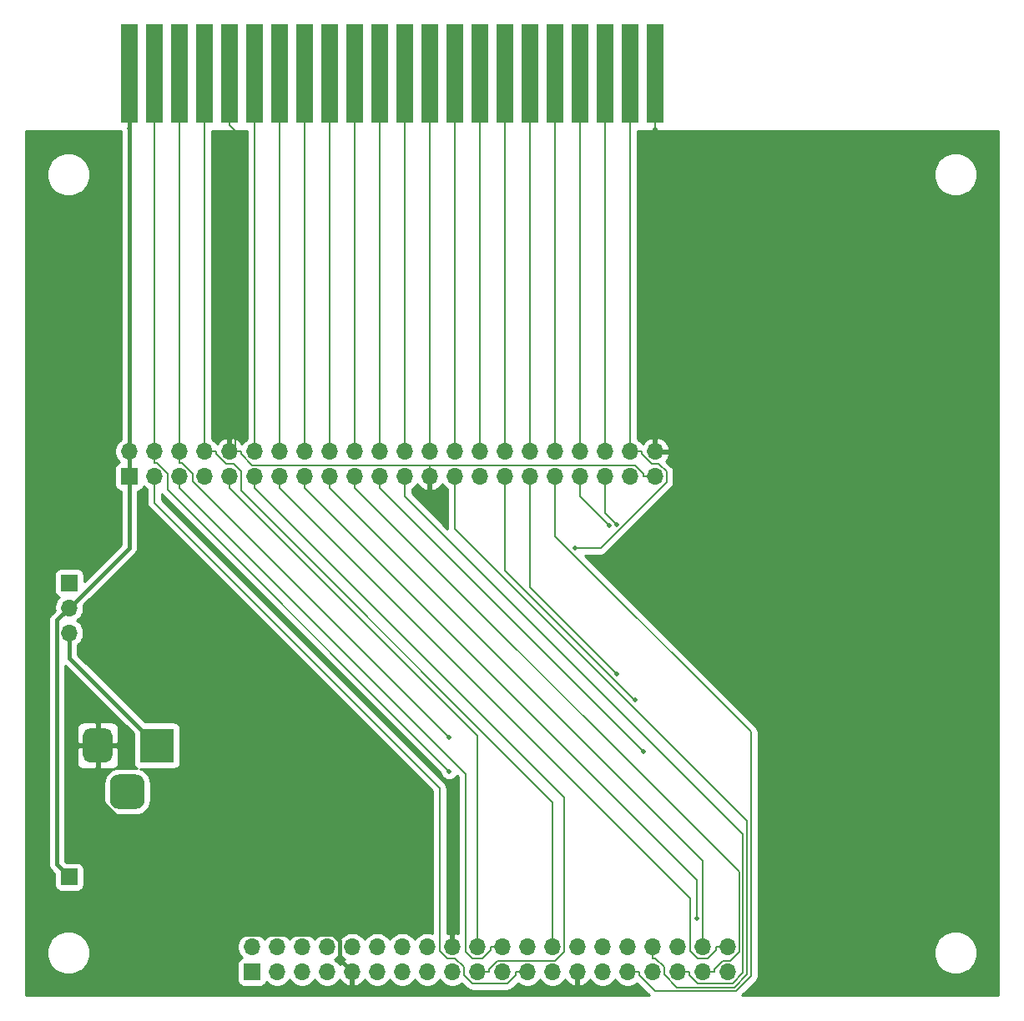
<source format=gtl>
G04 #@! TF.GenerationSoftware,KiCad,Pcbnew,(5.1.9)-1*
G04 #@! TF.CreationDate,2022-09-16T10:06:17+09:00*
G04 #@! TF.ProjectId,mz-80b,6d7a2d38-3062-42e6-9b69-6361645f7063,rev?*
G04 #@! TF.SameCoordinates,PX2faf080PY93d1cc0*
G04 #@! TF.FileFunction,Copper,L1,Top*
G04 #@! TF.FilePolarity,Positive*
%FSLAX46Y46*%
G04 Gerber Fmt 4.6, Leading zero omitted, Abs format (unit mm)*
G04 Created by KiCad (PCBNEW (5.1.9)-1) date 2022-09-16 10:06:17*
%MOMM*%
%LPD*%
G01*
G04 APERTURE LIST*
G04 #@! TA.AperFunction,ConnectorPad*
%ADD10R,1.780000X10.000000*%
G04 #@! TD*
G04 #@! TA.AperFunction,ComponentPad*
%ADD11O,1.700000X1.700000*%
G04 #@! TD*
G04 #@! TA.AperFunction,ComponentPad*
%ADD12R,1.700000X1.700000*%
G04 #@! TD*
G04 #@! TA.AperFunction,ComponentPad*
%ADD13R,3.500000X3.500000*%
G04 #@! TD*
G04 #@! TA.AperFunction,ViaPad*
%ADD14C,0.500000*%
G04 #@! TD*
G04 #@! TA.AperFunction,Conductor*
%ADD15C,0.400000*%
G04 #@! TD*
G04 #@! TA.AperFunction,Conductor*
%ADD16C,0.200000*%
G04 #@! TD*
G04 #@! TA.AperFunction,Conductor*
%ADD17C,0.254000*%
G04 #@! TD*
G04 #@! TA.AperFunction,Conductor*
%ADD18C,0.100000*%
G04 #@! TD*
G04 APERTURE END LIST*
D10*
X11176000Y94270000D03*
X13716000Y94270000D03*
X16256000Y94270000D03*
X18796000Y94270000D03*
X21336000Y94270000D03*
X23876000Y94270000D03*
X26416000Y94270000D03*
X28956000Y94270000D03*
X31496000Y94270000D03*
X34036000Y94270000D03*
X36576000Y94270000D03*
X39116000Y94270000D03*
X41656000Y94270000D03*
X44196000Y94270000D03*
X46736000Y94270000D03*
X49276000Y94270000D03*
X51816000Y94270000D03*
X54356000Y94270000D03*
X56896000Y94270000D03*
X59436000Y94270000D03*
X61976000Y94270000D03*
X64516000Y94270000D03*
D11*
X64516000Y55880000D03*
X64516000Y53340000D03*
X61976000Y55880000D03*
X61976000Y53340000D03*
X59436000Y55880000D03*
X59436000Y53340000D03*
X56896000Y55880000D03*
X56896000Y53340000D03*
X54356000Y55880000D03*
X54356000Y53340000D03*
X51816000Y55880000D03*
X51816000Y53340000D03*
X49276000Y55880000D03*
X49276000Y53340000D03*
X46736000Y55880000D03*
X46736000Y53340000D03*
X44196000Y55880000D03*
X44196000Y53340000D03*
X41656000Y55880000D03*
X41656000Y53340000D03*
X39116000Y55880000D03*
X39116000Y53340000D03*
X36576000Y55880000D03*
X36576000Y53340000D03*
X34036000Y55880000D03*
X34036000Y53340000D03*
X31496000Y55880000D03*
X31496000Y53340000D03*
X28956000Y55880000D03*
X28956000Y53340000D03*
X26416000Y55880000D03*
X26416000Y53340000D03*
X23876000Y55880000D03*
X23876000Y53340000D03*
X21336000Y55880000D03*
X21336000Y53340000D03*
X18796000Y55880000D03*
X18796000Y53340000D03*
X16256000Y55880000D03*
X16256000Y53340000D03*
X13716000Y55880000D03*
X13716000Y53340000D03*
X11176000Y55880000D03*
D12*
X11176000Y53340000D03*
X23622000Y3048000D03*
D11*
X23622000Y5588000D03*
X26162000Y3048000D03*
X26162000Y5588000D03*
X28702000Y3048000D03*
X28702000Y5588000D03*
X31242000Y3048000D03*
X31242000Y5588000D03*
X33782000Y3048000D03*
X33782000Y5588000D03*
X36322000Y3048000D03*
X36322000Y5588000D03*
X38862000Y3048000D03*
X38862000Y5588000D03*
X41402000Y3048000D03*
X41402000Y5588000D03*
X43942000Y3048000D03*
X43942000Y5588000D03*
X46482000Y3048000D03*
X46482000Y5588000D03*
X49022000Y3048000D03*
X49022000Y5588000D03*
X51562000Y3048000D03*
X51562000Y5588000D03*
X54102000Y3048000D03*
X54102000Y5588000D03*
X56642000Y3048000D03*
X56642000Y5588000D03*
X59182000Y3048000D03*
X59182000Y5588000D03*
X61722000Y3048000D03*
X61722000Y5588000D03*
X64262000Y3048000D03*
X64262000Y5588000D03*
X66802000Y3048000D03*
X66802000Y5588000D03*
X69342000Y3048000D03*
X69342000Y5588000D03*
X71882000Y3048000D03*
X71882000Y5588000D03*
D12*
X5080000Y12700000D03*
D13*
X13970000Y26035000D03*
G04 #@! TA.AperFunction,ComponentPad*
G36*
G01*
X6470000Y25035000D02*
X6470000Y27035000D01*
G75*
G02*
X7220000Y27785000I750000J0D01*
G01*
X8720000Y27785000D01*
G75*
G02*
X9470000Y27035000I0J-750000D01*
G01*
X9470000Y25035000D01*
G75*
G02*
X8720000Y24285000I-750000J0D01*
G01*
X7220000Y24285000D01*
G75*
G02*
X6470000Y25035000I0J750000D01*
G01*
G37*
G04 #@! TD.AperFunction*
G04 #@! TA.AperFunction,ComponentPad*
G36*
G01*
X9220000Y20460000D02*
X9220000Y22210000D01*
G75*
G02*
X10095000Y23085000I875000J0D01*
G01*
X11845000Y23085000D01*
G75*
G02*
X12720000Y22210000I0J-875000D01*
G01*
X12720000Y20460000D01*
G75*
G02*
X11845000Y19585000I-875000J0D01*
G01*
X10095000Y19585000D01*
G75*
G02*
X9220000Y20460000I0J875000D01*
G01*
G37*
G04 #@! TD.AperFunction*
D12*
X5080000Y42545000D03*
D11*
X5080000Y40005000D03*
X5080000Y37465000D03*
D14*
X11176000Y88698800D03*
X64516000Y88593000D03*
X43638600Y23386700D03*
X43638600Y26849400D03*
X56380800Y46047800D03*
X68787000Y8438600D03*
X63356900Y25408800D03*
X62494500Y30667500D03*
X60633800Y33255600D03*
X59902100Y48342000D03*
X60602400Y48448800D03*
D15*
X11176000Y88698800D02*
X11176000Y87155500D01*
X11176000Y94270000D02*
X11176000Y88698800D01*
D16*
X11176000Y87155500D02*
X11176000Y88698800D01*
D15*
X11176000Y87155500D02*
X11176000Y55880000D01*
X11176000Y55880000D02*
X11176000Y53340000D01*
X11176000Y46101000D02*
X5080000Y40005000D01*
X11176000Y53340000D02*
X11176000Y46101000D01*
X3829999Y38754999D02*
X5080000Y40005000D01*
X3829999Y13950001D02*
X3829999Y38754999D01*
X5080000Y12700000D02*
X3829999Y13950001D01*
D16*
X64516000Y88969700D02*
X64516000Y88593000D01*
X64516000Y94270000D02*
X64516000Y88969700D01*
X21336000Y94270000D02*
X21336000Y88969700D01*
X21911200Y55880000D02*
X21911200Y88394500D01*
X21911200Y88394500D02*
X21336000Y88969700D01*
X21911200Y55880000D02*
X22486300Y55880000D01*
X21336000Y55880000D02*
X21911200Y55880000D01*
X41656000Y54490300D02*
X23637600Y54490300D01*
X23637600Y54490300D02*
X22486300Y55641600D01*
X22486300Y55641600D02*
X22486300Y55880000D01*
X63365700Y53340000D02*
X63365700Y53578300D01*
X63365700Y53578300D02*
X62453700Y54490300D01*
X62453700Y54490300D02*
X41656000Y54490300D01*
X41656000Y53340000D02*
X41656000Y54490300D01*
X64516000Y53340000D02*
X63365700Y53340000D01*
D15*
X32531999Y4298001D02*
X33782000Y3048000D01*
X32531999Y6188001D02*
X32531999Y4298001D01*
X31881999Y6838001D02*
X32531999Y6188001D01*
X21913863Y6838001D02*
X31881999Y6838001D01*
X7970000Y20781864D02*
X21913863Y6838001D01*
X7970000Y26035000D02*
X7970000Y20781864D01*
D16*
X13716000Y54729700D02*
X13954300Y54729700D01*
X13954300Y54729700D02*
X15065600Y53618400D01*
X15065600Y53618400D02*
X15065600Y51959700D01*
X15065600Y51959700D02*
X43638600Y23386700D01*
X13716000Y55880000D02*
X13716000Y54729700D01*
X13716000Y55880000D02*
X13716000Y94270000D01*
X16256000Y54729700D02*
X16494300Y54729700D01*
X16494300Y54729700D02*
X17605600Y53618400D01*
X17605600Y53618400D02*
X17605600Y52882400D01*
X17605600Y52882400D02*
X43638600Y26849400D01*
X16256000Y55880000D02*
X16256000Y54729700D01*
X16256000Y55880000D02*
X16256000Y94270000D01*
X19946300Y55880000D02*
X19946300Y55641600D01*
X19946300Y55641600D02*
X20977900Y54610000D01*
X20977900Y54610000D02*
X21754500Y54610000D01*
X21754500Y54610000D02*
X22486400Y53878100D01*
X22486400Y53878100D02*
X22486400Y51878300D01*
X22486400Y51878300D02*
X54102000Y20262700D01*
X54102000Y20262700D02*
X54102000Y5588000D01*
X19371200Y55880000D02*
X18796000Y56455200D01*
X18796000Y56455200D02*
X18796000Y94270000D01*
X19371200Y55880000D02*
X19946300Y55880000D01*
X18796000Y55880000D02*
X19371200Y55880000D01*
X23876000Y55880000D02*
X23876000Y94270000D01*
X26416000Y55880000D02*
X26416000Y94270000D01*
X28956000Y55880000D02*
X28956000Y94270000D01*
X31496000Y88969700D02*
X31496000Y57030300D01*
X31496000Y94270000D02*
X31496000Y88969700D01*
X31496000Y55880000D02*
X31496000Y57030300D01*
X34036000Y55880000D02*
X34036000Y94270000D01*
X36576000Y55880000D02*
X36576000Y94270000D01*
X39116000Y94270000D02*
X39116000Y88969700D01*
X39116000Y55880000D02*
X39116000Y57030300D01*
X39116000Y57030300D02*
X39116000Y88969700D01*
X41656000Y55880000D02*
X41656000Y94270000D01*
X44196000Y55880000D02*
X44196000Y94270000D01*
X46736000Y55880000D02*
X46736000Y94270000D01*
X49276000Y55880000D02*
X49276000Y94270000D01*
X51816000Y55880000D02*
X51816000Y94270000D01*
X54356000Y55880000D02*
X54356000Y94270000D01*
X56896000Y55880000D02*
X56896000Y94270000D01*
X59436000Y55880000D02*
X59436000Y94270000D01*
X56380800Y46047800D02*
X58979800Y46047800D01*
X58979800Y46047800D02*
X65673000Y52741000D01*
X65673000Y52741000D02*
X65673000Y53825900D01*
X65673000Y53825900D02*
X64888900Y54610000D01*
X64888900Y54610000D02*
X64157900Y54610000D01*
X64157900Y54610000D02*
X63126300Y55641600D01*
X63126300Y55641600D02*
X63126300Y55880000D01*
X62551200Y55880000D02*
X61976000Y56455200D01*
X61976000Y56455200D02*
X61976000Y94270000D01*
X62551200Y55880000D02*
X63126300Y55880000D01*
X61976000Y55880000D02*
X62551200Y55880000D01*
X51562000Y3048000D02*
X50411700Y3048000D01*
X50411700Y3048000D02*
X50411700Y2760400D01*
X50411700Y2760400D02*
X49534300Y1883000D01*
X49534300Y1883000D02*
X45975300Y1883000D01*
X45975300Y1883000D02*
X45097400Y2760900D01*
X45097400Y2760900D02*
X45097400Y3556800D01*
X45097400Y3556800D02*
X44216600Y4437600D01*
X44216600Y4437600D02*
X43403900Y4437600D01*
X43403900Y4437600D02*
X42672000Y5169500D01*
X42672000Y5169500D02*
X42672000Y21694100D01*
X42672000Y21694100D02*
X13716000Y50650100D01*
X13716000Y50650100D02*
X13716000Y53340000D01*
X16256000Y53340000D02*
X16256000Y52189700D01*
X49022000Y5588000D02*
X47871700Y5588000D01*
X47871700Y5588000D02*
X47871700Y5300400D01*
X47871700Y5300400D02*
X47008900Y4437600D01*
X47008900Y4437600D02*
X45943900Y4437600D01*
X45943900Y4437600D02*
X45297500Y5084000D01*
X45297500Y5084000D02*
X45297500Y23148200D01*
X45297500Y23148200D02*
X16256000Y52189700D01*
X21336000Y52189700D02*
X46482000Y27043700D01*
X46482000Y27043700D02*
X46482000Y5588000D01*
X21336000Y53340000D02*
X21336000Y52189700D01*
X23876000Y53340000D02*
X23876000Y52189700D01*
X46482000Y3048000D02*
X47632300Y3048000D01*
X47632300Y3048000D02*
X47632300Y3335700D01*
X47632300Y3335700D02*
X48494900Y4198300D01*
X48494900Y4198300D02*
X54366300Y4198300D01*
X54366300Y4198300D02*
X55274200Y5106200D01*
X55274200Y5106200D02*
X55274200Y20791500D01*
X55274200Y20791500D02*
X23876000Y52189700D01*
X28956000Y52189700D02*
X68787000Y12358700D01*
X68787000Y12358700D02*
X68787000Y8438600D01*
X28956000Y53340000D02*
X28956000Y52189700D01*
X31496000Y52189700D02*
X69342000Y14343700D01*
X69342000Y14343700D02*
X69342000Y6738300D01*
X31496000Y53340000D02*
X31496000Y52189700D01*
X69342000Y5588000D02*
X69342000Y6738300D01*
X34036000Y53340000D02*
X34036000Y52189700D01*
X69342000Y3048000D02*
X70492300Y3048000D01*
X70492300Y3048000D02*
X70492300Y3335700D01*
X70492300Y3335700D02*
X71354900Y4198300D01*
X71354900Y4198300D02*
X72126500Y4198300D01*
X72126500Y4198300D02*
X73044600Y5116400D01*
X73044600Y5116400D02*
X73044600Y13181100D01*
X73044600Y13181100D02*
X34036000Y52189700D01*
X36576000Y52189700D02*
X63356900Y25408800D01*
X36576000Y53340000D02*
X36576000Y52189700D01*
X66802000Y3048000D02*
X67952300Y3048000D01*
X67952300Y3048000D02*
X67952300Y2760400D01*
X67952300Y2760400D02*
X68838700Y1874000D01*
X68838700Y1874000D02*
X72361100Y1874000D01*
X72361100Y1874000D02*
X73448100Y2961000D01*
X73448100Y2961000D02*
X73448100Y17001600D01*
X73448100Y17001600D02*
X39116000Y51333700D01*
X39116000Y51333700D02*
X39116000Y53340000D01*
X64262000Y4437700D02*
X64549700Y4437700D01*
X64549700Y4437700D02*
X65412300Y3575100D01*
X65412300Y3575100D02*
X65412300Y2806400D01*
X65412300Y2806400D02*
X66745100Y1473600D01*
X66745100Y1473600D02*
X72527000Y1473600D01*
X72527000Y1473600D02*
X73848500Y2795100D01*
X73848500Y2795100D02*
X73848500Y18365200D01*
X73848500Y18365200D02*
X44196000Y48017700D01*
X44196000Y48017700D02*
X44196000Y53340000D01*
X64262000Y5588000D02*
X64262000Y4437700D01*
X49276000Y53340000D02*
X49276000Y43795300D01*
X49276000Y43795300D02*
X62403800Y30667500D01*
X62403800Y30667500D02*
X62494500Y30667500D01*
X60633800Y33255600D02*
X51816000Y42073400D01*
X51816000Y42073400D02*
X51816000Y53340000D01*
X62872300Y3048000D02*
X62872300Y2760400D01*
X62872300Y2760400D02*
X64559400Y1073300D01*
X64559400Y1073300D02*
X72692800Y1073300D01*
X72692800Y1073300D02*
X74248800Y2629300D01*
X74248800Y2629300D02*
X74248800Y27401600D01*
X74248800Y27401600D02*
X54356000Y47294400D01*
X54356000Y47294400D02*
X54356000Y53340000D01*
X61722000Y3048000D02*
X62872300Y3048000D01*
X56896000Y52189700D02*
X56896000Y51348100D01*
X56896000Y51348100D02*
X59902100Y48342000D01*
X56896000Y53340000D02*
X56896000Y52189700D01*
X59436000Y52189700D02*
X59436000Y49615200D01*
X59436000Y49615200D02*
X60602400Y48448800D01*
X59436000Y53340000D02*
X59436000Y52189700D01*
X26416000Y53340000D02*
X26416000Y52189700D01*
X71882000Y5588000D02*
X70731700Y5588000D01*
X70731700Y5588000D02*
X70731700Y5300400D01*
X70731700Y5300400D02*
X69868900Y4437600D01*
X69868900Y4437600D02*
X68803900Y4437600D01*
X68803900Y4437600D02*
X68072000Y5169500D01*
X68072000Y5169500D02*
X68072000Y10533700D01*
X68072000Y10533700D02*
X26416000Y52189700D01*
D15*
X5080000Y34925000D02*
X13970000Y26035000D01*
X5080000Y37465000D02*
X5080000Y34925000D01*
D17*
X99340000Y660000D02*
X73318946Y660000D01*
X74742997Y2084050D01*
X74771037Y2107062D01*
X74794050Y2135103D01*
X74794053Y2135106D01*
X74862886Y2218979D01*
X74862887Y2218980D01*
X74931137Y2346667D01*
X74973165Y2485215D01*
X74983800Y2593195D01*
X74983800Y2593204D01*
X74987355Y2629299D01*
X74983800Y2665394D01*
X74983800Y5220128D01*
X92765000Y5220128D01*
X92765000Y4779872D01*
X92850890Y4348075D01*
X93019369Y3941331D01*
X93263962Y3575271D01*
X93575271Y3263962D01*
X93941331Y3019369D01*
X94348075Y2850890D01*
X94779872Y2765000D01*
X95220128Y2765000D01*
X95651925Y2850890D01*
X96058669Y3019369D01*
X96424729Y3263962D01*
X96736038Y3575271D01*
X96980631Y3941331D01*
X97149110Y4348075D01*
X97235000Y4779872D01*
X97235000Y5220128D01*
X97149110Y5651925D01*
X96980631Y6058669D01*
X96736038Y6424729D01*
X96424729Y6736038D01*
X96058669Y6980631D01*
X95651925Y7149110D01*
X95220128Y7235000D01*
X94779872Y7235000D01*
X94348075Y7149110D01*
X93941331Y6980631D01*
X93575271Y6736038D01*
X93263962Y6424729D01*
X93019369Y6058669D01*
X92850890Y5651925D01*
X92765000Y5220128D01*
X74983800Y5220128D01*
X74983800Y27365495D01*
X74987356Y27401600D01*
X74973165Y27545685D01*
X74931137Y27684234D01*
X74862887Y27811920D01*
X74794053Y27895794D01*
X74771038Y27923838D01*
X74742993Y27946854D01*
X57377046Y45312800D01*
X58943695Y45312800D01*
X58979800Y45309244D01*
X59015905Y45312800D01*
X59123885Y45323435D01*
X59262433Y45365463D01*
X59390120Y45433713D01*
X59502038Y45525562D01*
X59525059Y45553613D01*
X66167198Y52195751D01*
X66195237Y52218762D01*
X66218250Y52246803D01*
X66218253Y52246806D01*
X66287086Y52330679D01*
X66287087Y52330680D01*
X66355337Y52458367D01*
X66397365Y52596915D01*
X66408000Y52704895D01*
X66408000Y52704904D01*
X66411555Y52740999D01*
X66408000Y52777094D01*
X66408000Y53789795D01*
X66411556Y53825900D01*
X66397365Y53969985D01*
X66386642Y54005335D01*
X66355337Y54108533D01*
X66287087Y54236220D01*
X66195238Y54348138D01*
X66167193Y54371154D01*
X65629886Y54908460D01*
X65711178Y54998645D01*
X65860157Y55248748D01*
X65957481Y55523109D01*
X65836814Y55753000D01*
X64643000Y55753000D01*
X64643000Y55733000D01*
X64389000Y55733000D01*
X64389000Y55753000D01*
X64369000Y55753000D01*
X64369000Y56007000D01*
X64389000Y56007000D01*
X64389000Y57200155D01*
X64643000Y57200155D01*
X64643000Y56007000D01*
X65836814Y56007000D01*
X65957481Y56236891D01*
X65860157Y56511252D01*
X65711178Y56761355D01*
X65516269Y56977588D01*
X65282920Y57151641D01*
X65020099Y57276825D01*
X64872890Y57321476D01*
X64643000Y57200155D01*
X64389000Y57200155D01*
X64159110Y57321476D01*
X64011901Y57276825D01*
X63749080Y57151641D01*
X63515731Y56977588D01*
X63320822Y56761355D01*
X63251195Y56644466D01*
X63129475Y56826632D01*
X62922632Y57033475D01*
X62711000Y57174883D01*
X62711000Y84220128D01*
X92765000Y84220128D01*
X92765000Y83779872D01*
X92850890Y83348075D01*
X93019369Y82941331D01*
X93263962Y82575271D01*
X93575271Y82263962D01*
X93941331Y82019369D01*
X94348075Y81850890D01*
X94779872Y81765000D01*
X95220128Y81765000D01*
X95651925Y81850890D01*
X96058669Y82019369D01*
X96424729Y82263962D01*
X96736038Y82575271D01*
X96980631Y82941331D01*
X97149110Y83348075D01*
X97235000Y83779872D01*
X97235000Y84220128D01*
X97149110Y84651925D01*
X96980631Y85058669D01*
X96736038Y85424729D01*
X96424729Y85736038D01*
X96058669Y85980631D01*
X95651925Y86149110D01*
X95220128Y86235000D01*
X94779872Y86235000D01*
X94348075Y86149110D01*
X93941331Y85980631D01*
X93575271Y85736038D01*
X93263962Y85424729D01*
X93019369Y85058669D01*
X92850890Y84651925D01*
X92765000Y84220128D01*
X62711000Y84220128D01*
X62711000Y88373000D01*
X99340001Y88373000D01*
X99340000Y660000D01*
G04 #@! TA.AperFunction,Conductor*
D18*
G36*
X99340000Y660000D02*
G01*
X73318946Y660000D01*
X74742997Y2084050D01*
X74771037Y2107062D01*
X74794050Y2135103D01*
X74794053Y2135106D01*
X74862886Y2218979D01*
X74862887Y2218980D01*
X74931137Y2346667D01*
X74973165Y2485215D01*
X74983800Y2593195D01*
X74983800Y2593204D01*
X74987355Y2629299D01*
X74983800Y2665394D01*
X74983800Y5220128D01*
X92765000Y5220128D01*
X92765000Y4779872D01*
X92850890Y4348075D01*
X93019369Y3941331D01*
X93263962Y3575271D01*
X93575271Y3263962D01*
X93941331Y3019369D01*
X94348075Y2850890D01*
X94779872Y2765000D01*
X95220128Y2765000D01*
X95651925Y2850890D01*
X96058669Y3019369D01*
X96424729Y3263962D01*
X96736038Y3575271D01*
X96980631Y3941331D01*
X97149110Y4348075D01*
X97235000Y4779872D01*
X97235000Y5220128D01*
X97149110Y5651925D01*
X96980631Y6058669D01*
X96736038Y6424729D01*
X96424729Y6736038D01*
X96058669Y6980631D01*
X95651925Y7149110D01*
X95220128Y7235000D01*
X94779872Y7235000D01*
X94348075Y7149110D01*
X93941331Y6980631D01*
X93575271Y6736038D01*
X93263962Y6424729D01*
X93019369Y6058669D01*
X92850890Y5651925D01*
X92765000Y5220128D01*
X74983800Y5220128D01*
X74983800Y27365495D01*
X74987356Y27401600D01*
X74973165Y27545685D01*
X74931137Y27684234D01*
X74862887Y27811920D01*
X74794053Y27895794D01*
X74771038Y27923838D01*
X74742993Y27946854D01*
X57377046Y45312800D01*
X58943695Y45312800D01*
X58979800Y45309244D01*
X59015905Y45312800D01*
X59123885Y45323435D01*
X59262433Y45365463D01*
X59390120Y45433713D01*
X59502038Y45525562D01*
X59525059Y45553613D01*
X66167198Y52195751D01*
X66195237Y52218762D01*
X66218250Y52246803D01*
X66218253Y52246806D01*
X66287086Y52330679D01*
X66287087Y52330680D01*
X66355337Y52458367D01*
X66397365Y52596915D01*
X66408000Y52704895D01*
X66408000Y52704904D01*
X66411555Y52740999D01*
X66408000Y52777094D01*
X66408000Y53789795D01*
X66411556Y53825900D01*
X66397365Y53969985D01*
X66386642Y54005335D01*
X66355337Y54108533D01*
X66287087Y54236220D01*
X66195238Y54348138D01*
X66167193Y54371154D01*
X65629886Y54908460D01*
X65711178Y54998645D01*
X65860157Y55248748D01*
X65957481Y55523109D01*
X65836814Y55753000D01*
X64643000Y55753000D01*
X64643000Y55733000D01*
X64389000Y55733000D01*
X64389000Y55753000D01*
X64369000Y55753000D01*
X64369000Y56007000D01*
X64389000Y56007000D01*
X64389000Y57200155D01*
X64643000Y57200155D01*
X64643000Y56007000D01*
X65836814Y56007000D01*
X65957481Y56236891D01*
X65860157Y56511252D01*
X65711178Y56761355D01*
X65516269Y56977588D01*
X65282920Y57151641D01*
X65020099Y57276825D01*
X64872890Y57321476D01*
X64643000Y57200155D01*
X64389000Y57200155D01*
X64159110Y57321476D01*
X64011901Y57276825D01*
X63749080Y57151641D01*
X63515731Y56977588D01*
X63320822Y56761355D01*
X63251195Y56644466D01*
X63129475Y56826632D01*
X62922632Y57033475D01*
X62711000Y57174883D01*
X62711000Y84220128D01*
X92765000Y84220128D01*
X92765000Y83779872D01*
X92850890Y83348075D01*
X93019369Y82941331D01*
X93263962Y82575271D01*
X93575271Y82263962D01*
X93941331Y82019369D01*
X94348075Y81850890D01*
X94779872Y81765000D01*
X95220128Y81765000D01*
X95651925Y81850890D01*
X96058669Y82019369D01*
X96424729Y82263962D01*
X96736038Y82575271D01*
X96980631Y82941331D01*
X97149110Y83348075D01*
X97235000Y83779872D01*
X97235000Y84220128D01*
X97149110Y84651925D01*
X96980631Y85058669D01*
X96736038Y85424729D01*
X96424729Y85736038D01*
X96058669Y85980631D01*
X95651925Y86149110D01*
X95220128Y86235000D01*
X94779872Y86235000D01*
X94348075Y86149110D01*
X93941331Y85980631D01*
X93575271Y85736038D01*
X93263962Y85424729D01*
X93019369Y85058669D01*
X92850890Y84651925D01*
X92765000Y84220128D01*
X62711000Y84220128D01*
X62711000Y88373000D01*
X99340001Y88373000D01*
X99340000Y660000D01*
G37*
G04 #@! TD.AperFunction*
D17*
X10341001Y87196528D02*
X10341000Y87196518D01*
X10341001Y57108066D01*
X10229368Y57033475D01*
X10022525Y56826632D01*
X9860010Y56583411D01*
X9748068Y56313158D01*
X9691000Y56026260D01*
X9691000Y55733740D01*
X9748068Y55446842D01*
X9860010Y55176589D01*
X10022525Y54933368D01*
X10154380Y54801513D01*
X10081820Y54779502D01*
X9971506Y54720537D01*
X9874815Y54641185D01*
X9795463Y54544494D01*
X9736498Y54434180D01*
X9700188Y54314482D01*
X9687928Y54190000D01*
X9687928Y52490000D01*
X9700188Y52365518D01*
X9736498Y52245820D01*
X9795463Y52135506D01*
X9874815Y52038815D01*
X9971506Y51959463D01*
X10081820Y51900498D01*
X10201518Y51864188D01*
X10326000Y51851928D01*
X10341000Y51851928D01*
X10341001Y46446870D01*
X6568072Y42673940D01*
X6568072Y43395000D01*
X6555812Y43519482D01*
X6519502Y43639180D01*
X6460537Y43749494D01*
X6381185Y43846185D01*
X6284494Y43925537D01*
X6174180Y43984502D01*
X6054482Y44020812D01*
X5930000Y44033072D01*
X4230000Y44033072D01*
X4105518Y44020812D01*
X3985820Y43984502D01*
X3875506Y43925537D01*
X3778815Y43846185D01*
X3699463Y43749494D01*
X3640498Y43639180D01*
X3604188Y43519482D01*
X3591928Y43395000D01*
X3591928Y41695000D01*
X3604188Y41570518D01*
X3640498Y41450820D01*
X3699463Y41340506D01*
X3778815Y41243815D01*
X3875506Y41164463D01*
X3985820Y41105498D01*
X4058380Y41083487D01*
X3926525Y40951632D01*
X3764010Y40708411D01*
X3652068Y40438158D01*
X3595000Y40151260D01*
X3595000Y39858740D01*
X3621193Y39727060D01*
X3268573Y39374440D01*
X3236709Y39348290D01*
X3210561Y39316428D01*
X3132363Y39221144D01*
X3054827Y39076085D01*
X3007081Y38918687D01*
X2990959Y38754999D01*
X2995000Y38713970D01*
X2994999Y13991019D01*
X2990959Y13950001D01*
X2994999Y13908983D01*
X3007081Y13786313D01*
X3054827Y13628915D01*
X3132363Y13483856D01*
X3236708Y13356710D01*
X3268578Y13330555D01*
X3591928Y13007205D01*
X3591928Y11850000D01*
X3604188Y11725518D01*
X3640498Y11605820D01*
X3699463Y11495506D01*
X3778815Y11398815D01*
X3875506Y11319463D01*
X3985820Y11260498D01*
X4105518Y11224188D01*
X4230000Y11211928D01*
X5930000Y11211928D01*
X6054482Y11224188D01*
X6174180Y11260498D01*
X6284494Y11319463D01*
X6381185Y11398815D01*
X6460537Y11495506D01*
X6519502Y11605820D01*
X6555812Y11725518D01*
X6568072Y11850000D01*
X6568072Y13550000D01*
X6555812Y13674482D01*
X6519502Y13794180D01*
X6460537Y13904494D01*
X6381185Y14001185D01*
X6284494Y14080537D01*
X6174180Y14139502D01*
X6054482Y14175812D01*
X5930000Y14188072D01*
X4772795Y14188072D01*
X4664999Y14295868D01*
X4664999Y24285000D01*
X5831928Y24285000D01*
X5844188Y24160518D01*
X5880498Y24040820D01*
X5939463Y23930506D01*
X6018815Y23833815D01*
X6115506Y23754463D01*
X6225820Y23695498D01*
X6345518Y23659188D01*
X6470000Y23646928D01*
X7684250Y23650000D01*
X7843000Y23808750D01*
X7843000Y25908000D01*
X8097000Y25908000D01*
X8097000Y23808750D01*
X8255750Y23650000D01*
X9470000Y23646928D01*
X9594482Y23659188D01*
X9714180Y23695498D01*
X9824494Y23754463D01*
X9921185Y23833815D01*
X10000537Y23930506D01*
X10059502Y24040820D01*
X10095812Y24160518D01*
X10108072Y24285000D01*
X10105000Y25749250D01*
X9946250Y25908000D01*
X8097000Y25908000D01*
X7843000Y25908000D01*
X5993750Y25908000D01*
X5835000Y25749250D01*
X5831928Y24285000D01*
X4664999Y24285000D01*
X4664999Y27785000D01*
X5831928Y27785000D01*
X5835000Y26320750D01*
X5993750Y26162000D01*
X7843000Y26162000D01*
X7843000Y28261250D01*
X8097000Y28261250D01*
X8097000Y26162000D01*
X9946250Y26162000D01*
X10105000Y26320750D01*
X10108072Y27785000D01*
X10095812Y27909482D01*
X10059502Y28029180D01*
X10000537Y28139494D01*
X9921185Y28236185D01*
X9824494Y28315537D01*
X9714180Y28374502D01*
X9594482Y28410812D01*
X9470000Y28423072D01*
X8255750Y28420000D01*
X8097000Y28261250D01*
X7843000Y28261250D01*
X7684250Y28420000D01*
X6470000Y28423072D01*
X6345518Y28410812D01*
X6225820Y28374502D01*
X6115506Y28315537D01*
X6018815Y28236185D01*
X5939463Y28139494D01*
X5880498Y28029180D01*
X5844188Y27909482D01*
X5831928Y27785000D01*
X4664999Y27785000D01*
X4664999Y34159134D01*
X11581928Y27242203D01*
X11581928Y24285000D01*
X11594188Y24160518D01*
X11630498Y24040820D01*
X11689463Y23930506D01*
X11768815Y23833815D01*
X11865506Y23754463D01*
X11942131Y23713506D01*
X11845000Y23723072D01*
X10095000Y23723072D01*
X9799814Y23693999D01*
X9515972Y23607896D01*
X9254382Y23468073D01*
X9025097Y23279903D01*
X8836927Y23050618D01*
X8697104Y22789028D01*
X8611001Y22505186D01*
X8581928Y22210000D01*
X8581928Y20460000D01*
X8611001Y20164814D01*
X8697104Y19880972D01*
X8836927Y19619382D01*
X9025097Y19390097D01*
X9254382Y19201927D01*
X9515972Y19062104D01*
X9799814Y18976001D01*
X10095000Y18946928D01*
X11845000Y18946928D01*
X12140186Y18976001D01*
X12424028Y19062104D01*
X12685618Y19201927D01*
X12914903Y19390097D01*
X13103073Y19619382D01*
X13242896Y19880972D01*
X13328999Y20164814D01*
X13358072Y20460000D01*
X13358072Y22210000D01*
X13328999Y22505186D01*
X13242896Y22789028D01*
X13103073Y23050618D01*
X12914903Y23279903D01*
X12685618Y23468073D01*
X12424028Y23607896D01*
X12295357Y23646928D01*
X15720000Y23646928D01*
X15844482Y23659188D01*
X15964180Y23695498D01*
X16074494Y23754463D01*
X16171185Y23833815D01*
X16250537Y23930506D01*
X16309502Y24040820D01*
X16345812Y24160518D01*
X16358072Y24285000D01*
X16358072Y27785000D01*
X16345812Y27909482D01*
X16309502Y28029180D01*
X16250537Y28139494D01*
X16171185Y28236185D01*
X16074494Y28315537D01*
X15964180Y28374502D01*
X15844482Y28410812D01*
X15720000Y28423072D01*
X12762797Y28423072D01*
X5915000Y35270867D01*
X5915000Y36236935D01*
X6026632Y36311525D01*
X6233475Y36518368D01*
X6395990Y36761589D01*
X6507932Y37031842D01*
X6565000Y37318740D01*
X6565000Y37611260D01*
X6507932Y37898158D01*
X6395990Y38168411D01*
X6233475Y38411632D01*
X6026632Y38618475D01*
X5852240Y38735000D01*
X6026632Y38851525D01*
X6233475Y39058368D01*
X6395990Y39301589D01*
X6507932Y39571842D01*
X6565000Y39858740D01*
X6565000Y40151260D01*
X6538807Y40282940D01*
X11737432Y45481563D01*
X11769291Y45507709D01*
X11873636Y45634854D01*
X11951172Y45779913D01*
X11998918Y45937311D01*
X12011000Y46059981D01*
X12015040Y46101000D01*
X12011000Y46142018D01*
X12011000Y51851928D01*
X12026000Y51851928D01*
X12150482Y51864188D01*
X12270180Y51900498D01*
X12380494Y51959463D01*
X12477185Y52038815D01*
X12556537Y52135506D01*
X12615502Y52245820D01*
X12637513Y52318380D01*
X12769368Y52186525D01*
X12981001Y52045117D01*
X12981000Y50686205D01*
X12977444Y50650100D01*
X12981000Y50613996D01*
X12991635Y50506016D01*
X13033663Y50367468D01*
X13101913Y50239781D01*
X13193762Y50127863D01*
X13221808Y50104846D01*
X41937001Y21389652D01*
X41937000Y6973748D01*
X41835158Y7015932D01*
X41548260Y7073000D01*
X41255740Y7073000D01*
X40968842Y7015932D01*
X40698589Y6903990D01*
X40455368Y6741475D01*
X40248525Y6534632D01*
X40132000Y6360240D01*
X40015475Y6534632D01*
X39808632Y6741475D01*
X39565411Y6903990D01*
X39295158Y7015932D01*
X39008260Y7073000D01*
X38715740Y7073000D01*
X38428842Y7015932D01*
X38158589Y6903990D01*
X37915368Y6741475D01*
X37708525Y6534632D01*
X37592000Y6360240D01*
X37475475Y6534632D01*
X37268632Y6741475D01*
X37025411Y6903990D01*
X36755158Y7015932D01*
X36468260Y7073000D01*
X36175740Y7073000D01*
X35888842Y7015932D01*
X35618589Y6903990D01*
X35375368Y6741475D01*
X35168525Y6534632D01*
X35052000Y6360240D01*
X34935475Y6534632D01*
X34728632Y6741475D01*
X34485411Y6903990D01*
X34215158Y7015932D01*
X33928260Y7073000D01*
X33635740Y7073000D01*
X33348842Y7015932D01*
X33078589Y6903990D01*
X32835368Y6741475D01*
X32628525Y6534632D01*
X32512000Y6360240D01*
X32395475Y6534632D01*
X32188632Y6741475D01*
X31945411Y6903990D01*
X31675158Y7015932D01*
X31388260Y7073000D01*
X31095740Y7073000D01*
X30808842Y7015932D01*
X30538589Y6903990D01*
X30295368Y6741475D01*
X30088525Y6534632D01*
X29972000Y6360240D01*
X29855475Y6534632D01*
X29648632Y6741475D01*
X29405411Y6903990D01*
X29135158Y7015932D01*
X28848260Y7073000D01*
X28555740Y7073000D01*
X28268842Y7015932D01*
X27998589Y6903990D01*
X27755368Y6741475D01*
X27548525Y6534632D01*
X27432000Y6360240D01*
X27315475Y6534632D01*
X27108632Y6741475D01*
X26865411Y6903990D01*
X26595158Y7015932D01*
X26308260Y7073000D01*
X26015740Y7073000D01*
X25728842Y7015932D01*
X25458589Y6903990D01*
X25215368Y6741475D01*
X25008525Y6534632D01*
X24892000Y6360240D01*
X24775475Y6534632D01*
X24568632Y6741475D01*
X24325411Y6903990D01*
X24055158Y7015932D01*
X23768260Y7073000D01*
X23475740Y7073000D01*
X23188842Y7015932D01*
X22918589Y6903990D01*
X22675368Y6741475D01*
X22468525Y6534632D01*
X22306010Y6291411D01*
X22194068Y6021158D01*
X22137000Y5734260D01*
X22137000Y5441740D01*
X22194068Y5154842D01*
X22306010Y4884589D01*
X22468525Y4641368D01*
X22600380Y4509513D01*
X22527820Y4487502D01*
X22417506Y4428537D01*
X22320815Y4349185D01*
X22241463Y4252494D01*
X22182498Y4142180D01*
X22146188Y4022482D01*
X22133928Y3898000D01*
X22133928Y2198000D01*
X22146188Y2073518D01*
X22182498Y1953820D01*
X22241463Y1843506D01*
X22320815Y1746815D01*
X22417506Y1667463D01*
X22527820Y1608498D01*
X22647518Y1572188D01*
X22772000Y1559928D01*
X24472000Y1559928D01*
X24596482Y1572188D01*
X24716180Y1608498D01*
X24826494Y1667463D01*
X24923185Y1746815D01*
X25002537Y1843506D01*
X25061502Y1953820D01*
X25083513Y2026380D01*
X25215368Y1894525D01*
X25458589Y1732010D01*
X25728842Y1620068D01*
X26015740Y1563000D01*
X26308260Y1563000D01*
X26595158Y1620068D01*
X26865411Y1732010D01*
X27108632Y1894525D01*
X27315475Y2101368D01*
X27432000Y2275760D01*
X27548525Y2101368D01*
X27755368Y1894525D01*
X27998589Y1732010D01*
X28268842Y1620068D01*
X28555740Y1563000D01*
X28848260Y1563000D01*
X29135158Y1620068D01*
X29405411Y1732010D01*
X29648632Y1894525D01*
X29855475Y2101368D01*
X29972000Y2275760D01*
X30088525Y2101368D01*
X30295368Y1894525D01*
X30538589Y1732010D01*
X30808842Y1620068D01*
X31095740Y1563000D01*
X31388260Y1563000D01*
X31675158Y1620068D01*
X31945411Y1732010D01*
X32188632Y1894525D01*
X32395475Y2101368D01*
X32517195Y2283534D01*
X32586822Y2166645D01*
X32781731Y1950412D01*
X33015080Y1776359D01*
X33277901Y1651175D01*
X33425110Y1606524D01*
X33655000Y1727845D01*
X33655000Y2921000D01*
X33635000Y2921000D01*
X33635000Y3175000D01*
X33655000Y3175000D01*
X33655000Y3195000D01*
X33909000Y3195000D01*
X33909000Y3175000D01*
X33929000Y3175000D01*
X33929000Y2921000D01*
X33909000Y2921000D01*
X33909000Y1727845D01*
X34138890Y1606524D01*
X34286099Y1651175D01*
X34548920Y1776359D01*
X34782269Y1950412D01*
X34977178Y2166645D01*
X35046805Y2283534D01*
X35168525Y2101368D01*
X35375368Y1894525D01*
X35618589Y1732010D01*
X35888842Y1620068D01*
X36175740Y1563000D01*
X36468260Y1563000D01*
X36755158Y1620068D01*
X37025411Y1732010D01*
X37268632Y1894525D01*
X37475475Y2101368D01*
X37592000Y2275760D01*
X37708525Y2101368D01*
X37915368Y1894525D01*
X38158589Y1732010D01*
X38428842Y1620068D01*
X38715740Y1563000D01*
X39008260Y1563000D01*
X39295158Y1620068D01*
X39565411Y1732010D01*
X39808632Y1894525D01*
X40015475Y2101368D01*
X40132000Y2275760D01*
X40248525Y2101368D01*
X40455368Y1894525D01*
X40698589Y1732010D01*
X40968842Y1620068D01*
X41255740Y1563000D01*
X41548260Y1563000D01*
X41835158Y1620068D01*
X42105411Y1732010D01*
X42348632Y1894525D01*
X42555475Y2101368D01*
X42672000Y2275760D01*
X42788525Y2101368D01*
X42995368Y1894525D01*
X43238589Y1732010D01*
X43508842Y1620068D01*
X43795740Y1563000D01*
X44088260Y1563000D01*
X44375158Y1620068D01*
X44645411Y1732010D01*
X44888632Y1894525D01*
X44906480Y1912373D01*
X45430046Y1388807D01*
X45453062Y1360762D01*
X45564980Y1268913D01*
X45692667Y1200663D01*
X45789186Y1171384D01*
X45831214Y1158635D01*
X45975299Y1144444D01*
X46011404Y1148000D01*
X49498195Y1148000D01*
X49534300Y1144444D01*
X49570405Y1148000D01*
X49678385Y1158635D01*
X49816933Y1200663D01*
X49944620Y1268913D01*
X50056538Y1360762D01*
X50079558Y1388812D01*
X50600320Y1909573D01*
X50615368Y1894525D01*
X50858589Y1732010D01*
X51128842Y1620068D01*
X51415740Y1563000D01*
X51708260Y1563000D01*
X51995158Y1620068D01*
X52265411Y1732010D01*
X52508632Y1894525D01*
X52715475Y2101368D01*
X52832000Y2275760D01*
X52948525Y2101368D01*
X53155368Y1894525D01*
X53398589Y1732010D01*
X53668842Y1620068D01*
X53955740Y1563000D01*
X54248260Y1563000D01*
X54535158Y1620068D01*
X54805411Y1732010D01*
X55048632Y1894525D01*
X55255475Y2101368D01*
X55377195Y2283534D01*
X55446822Y2166645D01*
X55641731Y1950412D01*
X55875080Y1776359D01*
X56137901Y1651175D01*
X56285110Y1606524D01*
X56515000Y1727845D01*
X56515000Y2921000D01*
X56495000Y2921000D01*
X56495000Y3175000D01*
X56515000Y3175000D01*
X56515000Y3195000D01*
X56769000Y3195000D01*
X56769000Y3175000D01*
X56789000Y3175000D01*
X56789000Y2921000D01*
X56769000Y2921000D01*
X56769000Y1727845D01*
X56998890Y1606524D01*
X57146099Y1651175D01*
X57408920Y1776359D01*
X57642269Y1950412D01*
X57837178Y2166645D01*
X57906805Y2283534D01*
X58028525Y2101368D01*
X58235368Y1894525D01*
X58478589Y1732010D01*
X58748842Y1620068D01*
X59035740Y1563000D01*
X59328260Y1563000D01*
X59615158Y1620068D01*
X59885411Y1732010D01*
X60128632Y1894525D01*
X60335475Y2101368D01*
X60452000Y2275760D01*
X60568525Y2101368D01*
X60775368Y1894525D01*
X61018589Y1732010D01*
X61288842Y1620068D01*
X61575740Y1563000D01*
X61868260Y1563000D01*
X62155158Y1620068D01*
X62425411Y1732010D01*
X62668632Y1894525D01*
X62683680Y1909573D01*
X63933253Y660000D01*
X660000Y660000D01*
X660000Y5220128D01*
X2765000Y5220128D01*
X2765000Y4779872D01*
X2850890Y4348075D01*
X3019369Y3941331D01*
X3263962Y3575271D01*
X3575271Y3263962D01*
X3941331Y3019369D01*
X4348075Y2850890D01*
X4779872Y2765000D01*
X5220128Y2765000D01*
X5651925Y2850890D01*
X6058669Y3019369D01*
X6424729Y3263962D01*
X6736038Y3575271D01*
X6980631Y3941331D01*
X7149110Y4348075D01*
X7235000Y4779872D01*
X7235000Y5220128D01*
X7149110Y5651925D01*
X6980631Y6058669D01*
X6736038Y6424729D01*
X6424729Y6736038D01*
X6058669Y6980631D01*
X5651925Y7149110D01*
X5220128Y7235000D01*
X4779872Y7235000D01*
X4348075Y7149110D01*
X3941331Y6980631D01*
X3575271Y6736038D01*
X3263962Y6424729D01*
X3019369Y6058669D01*
X2850890Y5651925D01*
X2765000Y5220128D01*
X660000Y5220128D01*
X660000Y84220128D01*
X2765000Y84220128D01*
X2765000Y83779872D01*
X2850890Y83348075D01*
X3019369Y82941331D01*
X3263962Y82575271D01*
X3575271Y82263962D01*
X3941331Y82019369D01*
X4348075Y81850890D01*
X4779872Y81765000D01*
X5220128Y81765000D01*
X5651925Y81850890D01*
X6058669Y82019369D01*
X6424729Y82263962D01*
X6736038Y82575271D01*
X6980631Y82941331D01*
X7149110Y83348075D01*
X7235000Y83779872D01*
X7235000Y84220128D01*
X7149110Y84651925D01*
X6980631Y85058669D01*
X6736038Y85424729D01*
X6424729Y85736038D01*
X6058669Y85980631D01*
X5651925Y86149110D01*
X5220128Y86235000D01*
X4779872Y86235000D01*
X4348075Y86149110D01*
X3941331Y85980631D01*
X3575271Y85736038D01*
X3263962Y85424729D01*
X3019369Y85058669D01*
X2850890Y84651925D01*
X2765000Y84220128D01*
X660000Y84220128D01*
X660000Y88373000D01*
X10341000Y88373000D01*
X10341001Y87196528D01*
G04 #@! TA.AperFunction,Conductor*
D18*
G36*
X10341001Y87196528D02*
G01*
X10341000Y87196518D01*
X10341001Y57108066D01*
X10229368Y57033475D01*
X10022525Y56826632D01*
X9860010Y56583411D01*
X9748068Y56313158D01*
X9691000Y56026260D01*
X9691000Y55733740D01*
X9748068Y55446842D01*
X9860010Y55176589D01*
X10022525Y54933368D01*
X10154380Y54801513D01*
X10081820Y54779502D01*
X9971506Y54720537D01*
X9874815Y54641185D01*
X9795463Y54544494D01*
X9736498Y54434180D01*
X9700188Y54314482D01*
X9687928Y54190000D01*
X9687928Y52490000D01*
X9700188Y52365518D01*
X9736498Y52245820D01*
X9795463Y52135506D01*
X9874815Y52038815D01*
X9971506Y51959463D01*
X10081820Y51900498D01*
X10201518Y51864188D01*
X10326000Y51851928D01*
X10341000Y51851928D01*
X10341001Y46446870D01*
X6568072Y42673940D01*
X6568072Y43395000D01*
X6555812Y43519482D01*
X6519502Y43639180D01*
X6460537Y43749494D01*
X6381185Y43846185D01*
X6284494Y43925537D01*
X6174180Y43984502D01*
X6054482Y44020812D01*
X5930000Y44033072D01*
X4230000Y44033072D01*
X4105518Y44020812D01*
X3985820Y43984502D01*
X3875506Y43925537D01*
X3778815Y43846185D01*
X3699463Y43749494D01*
X3640498Y43639180D01*
X3604188Y43519482D01*
X3591928Y43395000D01*
X3591928Y41695000D01*
X3604188Y41570518D01*
X3640498Y41450820D01*
X3699463Y41340506D01*
X3778815Y41243815D01*
X3875506Y41164463D01*
X3985820Y41105498D01*
X4058380Y41083487D01*
X3926525Y40951632D01*
X3764010Y40708411D01*
X3652068Y40438158D01*
X3595000Y40151260D01*
X3595000Y39858740D01*
X3621193Y39727060D01*
X3268573Y39374440D01*
X3236709Y39348290D01*
X3210561Y39316428D01*
X3132363Y39221144D01*
X3054827Y39076085D01*
X3007081Y38918687D01*
X2990959Y38754999D01*
X2995000Y38713970D01*
X2994999Y13991019D01*
X2990959Y13950001D01*
X2994999Y13908983D01*
X3007081Y13786313D01*
X3054827Y13628915D01*
X3132363Y13483856D01*
X3236708Y13356710D01*
X3268578Y13330555D01*
X3591928Y13007205D01*
X3591928Y11850000D01*
X3604188Y11725518D01*
X3640498Y11605820D01*
X3699463Y11495506D01*
X3778815Y11398815D01*
X3875506Y11319463D01*
X3985820Y11260498D01*
X4105518Y11224188D01*
X4230000Y11211928D01*
X5930000Y11211928D01*
X6054482Y11224188D01*
X6174180Y11260498D01*
X6284494Y11319463D01*
X6381185Y11398815D01*
X6460537Y11495506D01*
X6519502Y11605820D01*
X6555812Y11725518D01*
X6568072Y11850000D01*
X6568072Y13550000D01*
X6555812Y13674482D01*
X6519502Y13794180D01*
X6460537Y13904494D01*
X6381185Y14001185D01*
X6284494Y14080537D01*
X6174180Y14139502D01*
X6054482Y14175812D01*
X5930000Y14188072D01*
X4772795Y14188072D01*
X4664999Y14295868D01*
X4664999Y24285000D01*
X5831928Y24285000D01*
X5844188Y24160518D01*
X5880498Y24040820D01*
X5939463Y23930506D01*
X6018815Y23833815D01*
X6115506Y23754463D01*
X6225820Y23695498D01*
X6345518Y23659188D01*
X6470000Y23646928D01*
X7684250Y23650000D01*
X7843000Y23808750D01*
X7843000Y25908000D01*
X8097000Y25908000D01*
X8097000Y23808750D01*
X8255750Y23650000D01*
X9470000Y23646928D01*
X9594482Y23659188D01*
X9714180Y23695498D01*
X9824494Y23754463D01*
X9921185Y23833815D01*
X10000537Y23930506D01*
X10059502Y24040820D01*
X10095812Y24160518D01*
X10108072Y24285000D01*
X10105000Y25749250D01*
X9946250Y25908000D01*
X8097000Y25908000D01*
X7843000Y25908000D01*
X5993750Y25908000D01*
X5835000Y25749250D01*
X5831928Y24285000D01*
X4664999Y24285000D01*
X4664999Y27785000D01*
X5831928Y27785000D01*
X5835000Y26320750D01*
X5993750Y26162000D01*
X7843000Y26162000D01*
X7843000Y28261250D01*
X8097000Y28261250D01*
X8097000Y26162000D01*
X9946250Y26162000D01*
X10105000Y26320750D01*
X10108072Y27785000D01*
X10095812Y27909482D01*
X10059502Y28029180D01*
X10000537Y28139494D01*
X9921185Y28236185D01*
X9824494Y28315537D01*
X9714180Y28374502D01*
X9594482Y28410812D01*
X9470000Y28423072D01*
X8255750Y28420000D01*
X8097000Y28261250D01*
X7843000Y28261250D01*
X7684250Y28420000D01*
X6470000Y28423072D01*
X6345518Y28410812D01*
X6225820Y28374502D01*
X6115506Y28315537D01*
X6018815Y28236185D01*
X5939463Y28139494D01*
X5880498Y28029180D01*
X5844188Y27909482D01*
X5831928Y27785000D01*
X4664999Y27785000D01*
X4664999Y34159134D01*
X11581928Y27242203D01*
X11581928Y24285000D01*
X11594188Y24160518D01*
X11630498Y24040820D01*
X11689463Y23930506D01*
X11768815Y23833815D01*
X11865506Y23754463D01*
X11942131Y23713506D01*
X11845000Y23723072D01*
X10095000Y23723072D01*
X9799814Y23693999D01*
X9515972Y23607896D01*
X9254382Y23468073D01*
X9025097Y23279903D01*
X8836927Y23050618D01*
X8697104Y22789028D01*
X8611001Y22505186D01*
X8581928Y22210000D01*
X8581928Y20460000D01*
X8611001Y20164814D01*
X8697104Y19880972D01*
X8836927Y19619382D01*
X9025097Y19390097D01*
X9254382Y19201927D01*
X9515972Y19062104D01*
X9799814Y18976001D01*
X10095000Y18946928D01*
X11845000Y18946928D01*
X12140186Y18976001D01*
X12424028Y19062104D01*
X12685618Y19201927D01*
X12914903Y19390097D01*
X13103073Y19619382D01*
X13242896Y19880972D01*
X13328999Y20164814D01*
X13358072Y20460000D01*
X13358072Y22210000D01*
X13328999Y22505186D01*
X13242896Y22789028D01*
X13103073Y23050618D01*
X12914903Y23279903D01*
X12685618Y23468073D01*
X12424028Y23607896D01*
X12295357Y23646928D01*
X15720000Y23646928D01*
X15844482Y23659188D01*
X15964180Y23695498D01*
X16074494Y23754463D01*
X16171185Y23833815D01*
X16250537Y23930506D01*
X16309502Y24040820D01*
X16345812Y24160518D01*
X16358072Y24285000D01*
X16358072Y27785000D01*
X16345812Y27909482D01*
X16309502Y28029180D01*
X16250537Y28139494D01*
X16171185Y28236185D01*
X16074494Y28315537D01*
X15964180Y28374502D01*
X15844482Y28410812D01*
X15720000Y28423072D01*
X12762797Y28423072D01*
X5915000Y35270867D01*
X5915000Y36236935D01*
X6026632Y36311525D01*
X6233475Y36518368D01*
X6395990Y36761589D01*
X6507932Y37031842D01*
X6565000Y37318740D01*
X6565000Y37611260D01*
X6507932Y37898158D01*
X6395990Y38168411D01*
X6233475Y38411632D01*
X6026632Y38618475D01*
X5852240Y38735000D01*
X6026632Y38851525D01*
X6233475Y39058368D01*
X6395990Y39301589D01*
X6507932Y39571842D01*
X6565000Y39858740D01*
X6565000Y40151260D01*
X6538807Y40282940D01*
X11737432Y45481563D01*
X11769291Y45507709D01*
X11873636Y45634854D01*
X11951172Y45779913D01*
X11998918Y45937311D01*
X12011000Y46059981D01*
X12015040Y46101000D01*
X12011000Y46142018D01*
X12011000Y51851928D01*
X12026000Y51851928D01*
X12150482Y51864188D01*
X12270180Y51900498D01*
X12380494Y51959463D01*
X12477185Y52038815D01*
X12556537Y52135506D01*
X12615502Y52245820D01*
X12637513Y52318380D01*
X12769368Y52186525D01*
X12981001Y52045117D01*
X12981000Y50686205D01*
X12977444Y50650100D01*
X12981000Y50613996D01*
X12991635Y50506016D01*
X13033663Y50367468D01*
X13101913Y50239781D01*
X13193762Y50127863D01*
X13221808Y50104846D01*
X41937001Y21389652D01*
X41937000Y6973748D01*
X41835158Y7015932D01*
X41548260Y7073000D01*
X41255740Y7073000D01*
X40968842Y7015932D01*
X40698589Y6903990D01*
X40455368Y6741475D01*
X40248525Y6534632D01*
X40132000Y6360240D01*
X40015475Y6534632D01*
X39808632Y6741475D01*
X39565411Y6903990D01*
X39295158Y7015932D01*
X39008260Y7073000D01*
X38715740Y7073000D01*
X38428842Y7015932D01*
X38158589Y6903990D01*
X37915368Y6741475D01*
X37708525Y6534632D01*
X37592000Y6360240D01*
X37475475Y6534632D01*
X37268632Y6741475D01*
X37025411Y6903990D01*
X36755158Y7015932D01*
X36468260Y7073000D01*
X36175740Y7073000D01*
X35888842Y7015932D01*
X35618589Y6903990D01*
X35375368Y6741475D01*
X35168525Y6534632D01*
X35052000Y6360240D01*
X34935475Y6534632D01*
X34728632Y6741475D01*
X34485411Y6903990D01*
X34215158Y7015932D01*
X33928260Y7073000D01*
X33635740Y7073000D01*
X33348842Y7015932D01*
X33078589Y6903990D01*
X32835368Y6741475D01*
X32628525Y6534632D01*
X32512000Y6360240D01*
X32395475Y6534632D01*
X32188632Y6741475D01*
X31945411Y6903990D01*
X31675158Y7015932D01*
X31388260Y7073000D01*
X31095740Y7073000D01*
X30808842Y7015932D01*
X30538589Y6903990D01*
X30295368Y6741475D01*
X30088525Y6534632D01*
X29972000Y6360240D01*
X29855475Y6534632D01*
X29648632Y6741475D01*
X29405411Y6903990D01*
X29135158Y7015932D01*
X28848260Y7073000D01*
X28555740Y7073000D01*
X28268842Y7015932D01*
X27998589Y6903990D01*
X27755368Y6741475D01*
X27548525Y6534632D01*
X27432000Y6360240D01*
X27315475Y6534632D01*
X27108632Y6741475D01*
X26865411Y6903990D01*
X26595158Y7015932D01*
X26308260Y7073000D01*
X26015740Y7073000D01*
X25728842Y7015932D01*
X25458589Y6903990D01*
X25215368Y6741475D01*
X25008525Y6534632D01*
X24892000Y6360240D01*
X24775475Y6534632D01*
X24568632Y6741475D01*
X24325411Y6903990D01*
X24055158Y7015932D01*
X23768260Y7073000D01*
X23475740Y7073000D01*
X23188842Y7015932D01*
X22918589Y6903990D01*
X22675368Y6741475D01*
X22468525Y6534632D01*
X22306010Y6291411D01*
X22194068Y6021158D01*
X22137000Y5734260D01*
X22137000Y5441740D01*
X22194068Y5154842D01*
X22306010Y4884589D01*
X22468525Y4641368D01*
X22600380Y4509513D01*
X22527820Y4487502D01*
X22417506Y4428537D01*
X22320815Y4349185D01*
X22241463Y4252494D01*
X22182498Y4142180D01*
X22146188Y4022482D01*
X22133928Y3898000D01*
X22133928Y2198000D01*
X22146188Y2073518D01*
X22182498Y1953820D01*
X22241463Y1843506D01*
X22320815Y1746815D01*
X22417506Y1667463D01*
X22527820Y1608498D01*
X22647518Y1572188D01*
X22772000Y1559928D01*
X24472000Y1559928D01*
X24596482Y1572188D01*
X24716180Y1608498D01*
X24826494Y1667463D01*
X24923185Y1746815D01*
X25002537Y1843506D01*
X25061502Y1953820D01*
X25083513Y2026380D01*
X25215368Y1894525D01*
X25458589Y1732010D01*
X25728842Y1620068D01*
X26015740Y1563000D01*
X26308260Y1563000D01*
X26595158Y1620068D01*
X26865411Y1732010D01*
X27108632Y1894525D01*
X27315475Y2101368D01*
X27432000Y2275760D01*
X27548525Y2101368D01*
X27755368Y1894525D01*
X27998589Y1732010D01*
X28268842Y1620068D01*
X28555740Y1563000D01*
X28848260Y1563000D01*
X29135158Y1620068D01*
X29405411Y1732010D01*
X29648632Y1894525D01*
X29855475Y2101368D01*
X29972000Y2275760D01*
X30088525Y2101368D01*
X30295368Y1894525D01*
X30538589Y1732010D01*
X30808842Y1620068D01*
X31095740Y1563000D01*
X31388260Y1563000D01*
X31675158Y1620068D01*
X31945411Y1732010D01*
X32188632Y1894525D01*
X32395475Y2101368D01*
X32517195Y2283534D01*
X32586822Y2166645D01*
X32781731Y1950412D01*
X33015080Y1776359D01*
X33277901Y1651175D01*
X33425110Y1606524D01*
X33655000Y1727845D01*
X33655000Y2921000D01*
X33635000Y2921000D01*
X33635000Y3175000D01*
X33655000Y3175000D01*
X33655000Y3195000D01*
X33909000Y3195000D01*
X33909000Y3175000D01*
X33929000Y3175000D01*
X33929000Y2921000D01*
X33909000Y2921000D01*
X33909000Y1727845D01*
X34138890Y1606524D01*
X34286099Y1651175D01*
X34548920Y1776359D01*
X34782269Y1950412D01*
X34977178Y2166645D01*
X35046805Y2283534D01*
X35168525Y2101368D01*
X35375368Y1894525D01*
X35618589Y1732010D01*
X35888842Y1620068D01*
X36175740Y1563000D01*
X36468260Y1563000D01*
X36755158Y1620068D01*
X37025411Y1732010D01*
X37268632Y1894525D01*
X37475475Y2101368D01*
X37592000Y2275760D01*
X37708525Y2101368D01*
X37915368Y1894525D01*
X38158589Y1732010D01*
X38428842Y1620068D01*
X38715740Y1563000D01*
X39008260Y1563000D01*
X39295158Y1620068D01*
X39565411Y1732010D01*
X39808632Y1894525D01*
X40015475Y2101368D01*
X40132000Y2275760D01*
X40248525Y2101368D01*
X40455368Y1894525D01*
X40698589Y1732010D01*
X40968842Y1620068D01*
X41255740Y1563000D01*
X41548260Y1563000D01*
X41835158Y1620068D01*
X42105411Y1732010D01*
X42348632Y1894525D01*
X42555475Y2101368D01*
X42672000Y2275760D01*
X42788525Y2101368D01*
X42995368Y1894525D01*
X43238589Y1732010D01*
X43508842Y1620068D01*
X43795740Y1563000D01*
X44088260Y1563000D01*
X44375158Y1620068D01*
X44645411Y1732010D01*
X44888632Y1894525D01*
X44906480Y1912373D01*
X45430046Y1388807D01*
X45453062Y1360762D01*
X45564980Y1268913D01*
X45692667Y1200663D01*
X45789186Y1171384D01*
X45831214Y1158635D01*
X45975299Y1144444D01*
X46011404Y1148000D01*
X49498195Y1148000D01*
X49534300Y1144444D01*
X49570405Y1148000D01*
X49678385Y1158635D01*
X49816933Y1200663D01*
X49944620Y1268913D01*
X50056538Y1360762D01*
X50079558Y1388812D01*
X50600320Y1909573D01*
X50615368Y1894525D01*
X50858589Y1732010D01*
X51128842Y1620068D01*
X51415740Y1563000D01*
X51708260Y1563000D01*
X51995158Y1620068D01*
X52265411Y1732010D01*
X52508632Y1894525D01*
X52715475Y2101368D01*
X52832000Y2275760D01*
X52948525Y2101368D01*
X53155368Y1894525D01*
X53398589Y1732010D01*
X53668842Y1620068D01*
X53955740Y1563000D01*
X54248260Y1563000D01*
X54535158Y1620068D01*
X54805411Y1732010D01*
X55048632Y1894525D01*
X55255475Y2101368D01*
X55377195Y2283534D01*
X55446822Y2166645D01*
X55641731Y1950412D01*
X55875080Y1776359D01*
X56137901Y1651175D01*
X56285110Y1606524D01*
X56515000Y1727845D01*
X56515000Y2921000D01*
X56495000Y2921000D01*
X56495000Y3175000D01*
X56515000Y3175000D01*
X56515000Y3195000D01*
X56769000Y3195000D01*
X56769000Y3175000D01*
X56789000Y3175000D01*
X56789000Y2921000D01*
X56769000Y2921000D01*
X56769000Y1727845D01*
X56998890Y1606524D01*
X57146099Y1651175D01*
X57408920Y1776359D01*
X57642269Y1950412D01*
X57837178Y2166645D01*
X57906805Y2283534D01*
X58028525Y2101368D01*
X58235368Y1894525D01*
X58478589Y1732010D01*
X58748842Y1620068D01*
X59035740Y1563000D01*
X59328260Y1563000D01*
X59615158Y1620068D01*
X59885411Y1732010D01*
X60128632Y1894525D01*
X60335475Y2101368D01*
X60452000Y2275760D01*
X60568525Y2101368D01*
X60775368Y1894525D01*
X61018589Y1732010D01*
X61288842Y1620068D01*
X61575740Y1563000D01*
X61868260Y1563000D01*
X62155158Y1620068D01*
X62425411Y1732010D01*
X62668632Y1894525D01*
X62683680Y1909573D01*
X63933253Y660000D01*
X660000Y660000D01*
X660000Y5220128D01*
X2765000Y5220128D01*
X2765000Y4779872D01*
X2850890Y4348075D01*
X3019369Y3941331D01*
X3263962Y3575271D01*
X3575271Y3263962D01*
X3941331Y3019369D01*
X4348075Y2850890D01*
X4779872Y2765000D01*
X5220128Y2765000D01*
X5651925Y2850890D01*
X6058669Y3019369D01*
X6424729Y3263962D01*
X6736038Y3575271D01*
X6980631Y3941331D01*
X7149110Y4348075D01*
X7235000Y4779872D01*
X7235000Y5220128D01*
X7149110Y5651925D01*
X6980631Y6058669D01*
X6736038Y6424729D01*
X6424729Y6736038D01*
X6058669Y6980631D01*
X5651925Y7149110D01*
X5220128Y7235000D01*
X4779872Y7235000D01*
X4348075Y7149110D01*
X3941331Y6980631D01*
X3575271Y6736038D01*
X3263962Y6424729D01*
X3019369Y6058669D01*
X2850890Y5651925D01*
X2765000Y5220128D01*
X660000Y5220128D01*
X660000Y84220128D01*
X2765000Y84220128D01*
X2765000Y83779872D01*
X2850890Y83348075D01*
X3019369Y82941331D01*
X3263962Y82575271D01*
X3575271Y82263962D01*
X3941331Y82019369D01*
X4348075Y81850890D01*
X4779872Y81765000D01*
X5220128Y81765000D01*
X5651925Y81850890D01*
X6058669Y82019369D01*
X6424729Y82263962D01*
X6736038Y82575271D01*
X6980631Y82941331D01*
X7149110Y83348075D01*
X7235000Y83779872D01*
X7235000Y84220128D01*
X7149110Y84651925D01*
X6980631Y85058669D01*
X6736038Y85424729D01*
X6424729Y85736038D01*
X6058669Y85980631D01*
X5651925Y86149110D01*
X5220128Y86235000D01*
X4779872Y86235000D01*
X4348075Y86149110D01*
X3941331Y85980631D01*
X3575271Y85736038D01*
X3263962Y85424729D01*
X3019369Y85058669D01*
X2850890Y84651925D01*
X2765000Y84220128D01*
X660000Y84220128D01*
X660000Y88373000D01*
X10341000Y88373000D01*
X10341001Y87196528D01*
G37*
G04 #@! TD.AperFunction*
D17*
X32628525Y4641368D02*
X32835368Y4434525D01*
X33011406Y4316900D01*
X32781731Y4145588D01*
X32586822Y3929355D01*
X32517195Y3812466D01*
X32395475Y3994632D01*
X32188632Y4201475D01*
X32014240Y4318000D01*
X32188632Y4434525D01*
X32395475Y4641368D01*
X32512000Y4815760D01*
X32628525Y4641368D01*
G04 #@! TA.AperFunction,Conductor*
D18*
G36*
X32628525Y4641368D02*
G01*
X32835368Y4434525D01*
X33011406Y4316900D01*
X32781731Y4145588D01*
X32586822Y3929355D01*
X32517195Y3812466D01*
X32395475Y3994632D01*
X32188632Y4201475D01*
X32014240Y4318000D01*
X32188632Y4434525D01*
X32395475Y4641368D01*
X32512000Y4815760D01*
X32628525Y4641368D01*
G37*
G04 #@! TD.AperFunction*
D17*
X14451514Y51549380D02*
X14543363Y51437462D01*
X14571408Y51414446D01*
X42770306Y23215547D01*
X42787610Y23128555D01*
X42854323Y22967495D01*
X42951176Y22822545D01*
X43074445Y22699276D01*
X43219395Y22602423D01*
X43380455Y22535710D01*
X43551435Y22501700D01*
X43725765Y22501700D01*
X43896745Y22535710D01*
X44057805Y22602423D01*
X44202755Y22699276D01*
X44326024Y22822545D01*
X44422877Y22967495D01*
X44427528Y22978725D01*
X44562501Y22843752D01*
X44562500Y6929382D01*
X44446099Y6984825D01*
X44298890Y7029476D01*
X44069000Y6908155D01*
X44069000Y5715000D01*
X44089000Y5715000D01*
X44089000Y5461000D01*
X44069000Y5461000D01*
X44069000Y5441000D01*
X43815000Y5441000D01*
X43815000Y5461000D01*
X43795000Y5461000D01*
X43795000Y5715000D01*
X43815000Y5715000D01*
X43815000Y6908155D01*
X43585110Y7029476D01*
X43437901Y6984825D01*
X43407000Y6970107D01*
X43407000Y21657995D01*
X43410556Y21694100D01*
X43396365Y21838185D01*
X43354337Y21976733D01*
X43286087Y22104420D01*
X43194238Y22216338D01*
X43166193Y22239354D01*
X14451000Y50954546D01*
X14451000Y51550342D01*
X14451514Y51549380D01*
G04 #@! TA.AperFunction,Conductor*
D18*
G36*
X14451514Y51549380D02*
G01*
X14543363Y51437462D01*
X14571408Y51414446D01*
X42770306Y23215547D01*
X42787610Y23128555D01*
X42854323Y22967495D01*
X42951176Y22822545D01*
X43074445Y22699276D01*
X43219395Y22602423D01*
X43380455Y22535710D01*
X43551435Y22501700D01*
X43725765Y22501700D01*
X43896745Y22535710D01*
X44057805Y22602423D01*
X44202755Y22699276D01*
X44326024Y22822545D01*
X44422877Y22967495D01*
X44427528Y22978725D01*
X44562501Y22843752D01*
X44562500Y6929382D01*
X44446099Y6984825D01*
X44298890Y7029476D01*
X44069000Y6908155D01*
X44069000Y5715000D01*
X44089000Y5715000D01*
X44089000Y5461000D01*
X44069000Y5461000D01*
X44069000Y5441000D01*
X43815000Y5441000D01*
X43815000Y5461000D01*
X43795000Y5461000D01*
X43795000Y5715000D01*
X43815000Y5715000D01*
X43815000Y6908155D01*
X43585110Y7029476D01*
X43437901Y6984825D01*
X43407000Y6970107D01*
X43407000Y21657995D01*
X43410556Y21694100D01*
X43396365Y21838185D01*
X43354337Y21976733D01*
X43286087Y22104420D01*
X43194238Y22216338D01*
X43166193Y22239354D01*
X14451000Y50954546D01*
X14451000Y51550342D01*
X14451514Y51549380D01*
G37*
G04 #@! TD.AperFunction*
D17*
X41783000Y53467000D02*
X41803000Y53467000D01*
X41803000Y53213000D01*
X41783000Y53213000D01*
X41783000Y52019845D01*
X42012890Y51898524D01*
X42160099Y51943175D01*
X42422920Y52068359D01*
X42656269Y52242412D01*
X42851178Y52458645D01*
X42920805Y52575534D01*
X43042525Y52393368D01*
X43249368Y52186525D01*
X43461001Y52045117D01*
X43461000Y48053805D01*
X43458699Y48030447D01*
X39851000Y51638146D01*
X39851000Y52045117D01*
X40062632Y52186525D01*
X40269475Y52393368D01*
X40391195Y52575534D01*
X40460822Y52458645D01*
X40655731Y52242412D01*
X40889080Y52068359D01*
X41151901Y51943175D01*
X41299110Y51898524D01*
X41529000Y52019845D01*
X41529000Y53213000D01*
X41509000Y53213000D01*
X41509000Y53467000D01*
X41529000Y53467000D01*
X41529000Y53487000D01*
X41783000Y53487000D01*
X41783000Y53467000D01*
G04 #@! TA.AperFunction,Conductor*
D18*
G36*
X41783000Y53467000D02*
G01*
X41803000Y53467000D01*
X41803000Y53213000D01*
X41783000Y53213000D01*
X41783000Y52019845D01*
X42012890Y51898524D01*
X42160099Y51943175D01*
X42422920Y52068359D01*
X42656269Y52242412D01*
X42851178Y52458645D01*
X42920805Y52575534D01*
X43042525Y52393368D01*
X43249368Y52186525D01*
X43461001Y52045117D01*
X43461000Y48053805D01*
X43458699Y48030447D01*
X39851000Y51638146D01*
X39851000Y52045117D01*
X40062632Y52186525D01*
X40269475Y52393368D01*
X40391195Y52575534D01*
X40460822Y52458645D01*
X40655731Y52242412D01*
X40889080Y52068359D01*
X41151901Y51943175D01*
X41299110Y51898524D01*
X41529000Y52019845D01*
X41529000Y53213000D01*
X41509000Y53213000D01*
X41509000Y53467000D01*
X41529000Y53467000D01*
X41529000Y53487000D01*
X41783000Y53487000D01*
X41783000Y53467000D01*
G37*
G04 #@! TD.AperFunction*
D17*
X64643000Y53467000D02*
X64663000Y53467000D01*
X64663000Y53213000D01*
X64643000Y53213000D01*
X64643000Y53193000D01*
X64389000Y53193000D01*
X64389000Y53213000D01*
X64369000Y53213000D01*
X64369000Y53467000D01*
X64389000Y53467000D01*
X64389000Y53487000D01*
X64643000Y53487000D01*
X64643000Y53467000D01*
G04 #@! TA.AperFunction,Conductor*
D18*
G36*
X64643000Y53467000D02*
G01*
X64663000Y53467000D01*
X64663000Y53213000D01*
X64643000Y53213000D01*
X64643000Y53193000D01*
X64389000Y53193000D01*
X64389000Y53213000D01*
X64369000Y53213000D01*
X64369000Y53467000D01*
X64389000Y53467000D01*
X64389000Y53487000D01*
X64643000Y53487000D01*
X64643000Y53467000D01*
G37*
G04 #@! TD.AperFunction*
D17*
X23141000Y57174883D02*
X22929368Y57033475D01*
X22722525Y56826632D01*
X22600805Y56644466D01*
X22531178Y56761355D01*
X22336269Y56977588D01*
X22102920Y57151641D01*
X21840099Y57276825D01*
X21692890Y57321476D01*
X21463000Y57200155D01*
X21463000Y56007000D01*
X21483000Y56007000D01*
X21483000Y55753000D01*
X21463000Y55753000D01*
X21463000Y55733000D01*
X21209000Y55733000D01*
X21209000Y55753000D01*
X21189000Y55753000D01*
X21189000Y56007000D01*
X21209000Y56007000D01*
X21209000Y57200155D01*
X20979110Y57321476D01*
X20831901Y57276825D01*
X20569080Y57151641D01*
X20335731Y56977588D01*
X20140822Y56761355D01*
X20071195Y56644466D01*
X19949475Y56826632D01*
X19742632Y57033475D01*
X19531000Y57174883D01*
X19531000Y88373000D01*
X23141001Y88373000D01*
X23141000Y57174883D01*
G04 #@! TA.AperFunction,Conductor*
D18*
G36*
X23141000Y57174883D02*
G01*
X22929368Y57033475D01*
X22722525Y56826632D01*
X22600805Y56644466D01*
X22531178Y56761355D01*
X22336269Y56977588D01*
X22102920Y57151641D01*
X21840099Y57276825D01*
X21692890Y57321476D01*
X21463000Y57200155D01*
X21463000Y56007000D01*
X21483000Y56007000D01*
X21483000Y55753000D01*
X21463000Y55753000D01*
X21463000Y55733000D01*
X21209000Y55733000D01*
X21209000Y55753000D01*
X21189000Y55753000D01*
X21189000Y56007000D01*
X21209000Y56007000D01*
X21209000Y57200155D01*
X20979110Y57321476D01*
X20831901Y57276825D01*
X20569080Y57151641D01*
X20335731Y56977588D01*
X20140822Y56761355D01*
X20071195Y56644466D01*
X19949475Y56826632D01*
X19742632Y57033475D01*
X19531000Y57174883D01*
X19531000Y88373000D01*
X23141001Y88373000D01*
X23141000Y57174883D01*
G37*
G04 #@! TD.AperFunction*
M02*

</source>
